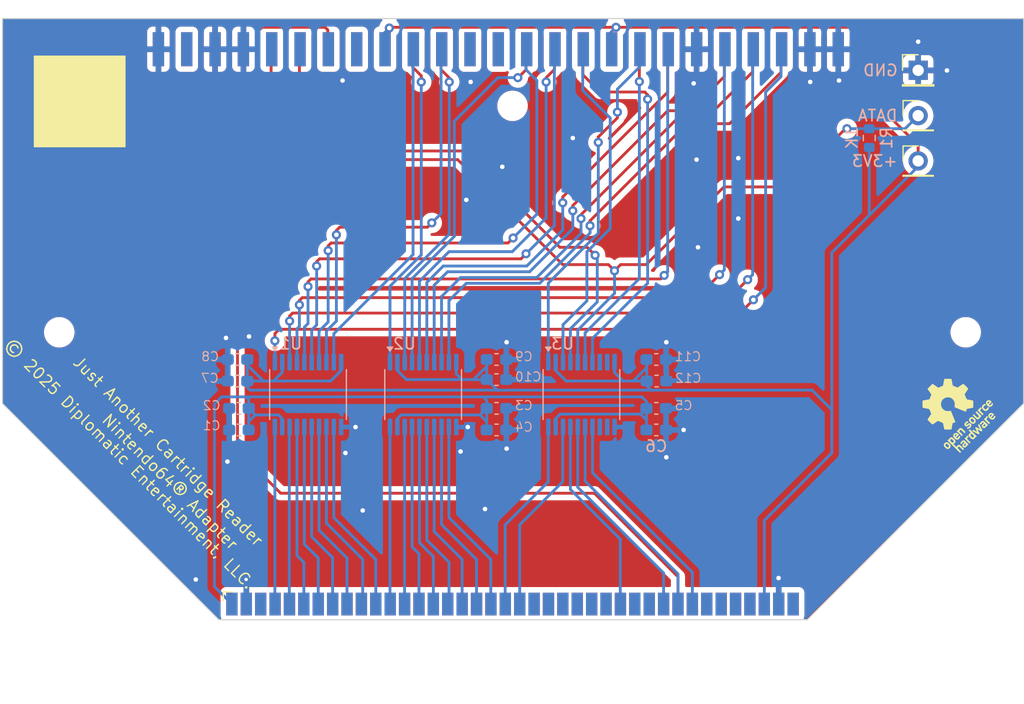
<source format=kicad_pcb>
(kicad_pcb (version 20241229) (generator "pcbnew") (generator_version "9.0")
  (layers (0 "F.Cu" signal) (2 "B.Cu" signal) (13 "F.Paste" user) (15 "B.Paste" user) (5 "F.SilkS" user "F.Silkscreen") (7 "B.SilkS" user "B.Silkscreen") (1 "F.Mask" user) (3 "B.Mask" user) (25 "Edge.Cuts" user))
  (net 0 "")
  (net 1 "D7_H")
  (net 2 "CLK")
  (net 3 "+3V3")
  (net 4 "A7_H")
  (net 5 "+5V")
  (net 6 "A9_H")
  (net 7 "A11_H")
  (net 8 "D9_H")
  (net 9 "A10_H")
  (net 10 "A14_H")
  (net 11 "A8_H")
  (net 12 "D37_H")
  (net 13 "A12_H")
  (net 14 "A5_H")
  (net 15 "D8_H")
  (net 16 "A1_H")
  (net 17 "A2_H")
  (net 18 "GND")
  (net 19 "D36_H")
  (net 20 "D17_H")
  (net 21 "A3_H")
  (net 22 "A15_H")
  (net 23 "A0_H")
  (net 24 "A6_H")
  (net 25 "A13_H")
  (net 26 "A4_H")
  (net 27 "A15_L")
  (net 28 "A14_L")
  (net 29 "A13_L")
  (net 30 "A12_L")
  (net 31 "A11_L")
  (net 32 "A10_L")
  (net 33 "A9_L")
  (net 34 "A8_L")
  (net 35 "A7_L")
  (net 36 "A6_L")
  (net 37 "A5_L")
  (net 38 "A4_L")
  (net 39 "A3_L")
  (net 40 "A2_L")
  (net 41 "A1_L")
  (net 42 "A0_L")
  (net 43 "D37_L")
  (net 44 "D36_L")
  (net 45 "D7_L")
  (net 46 "D8_L")
  (net 47 "D9_L")
  (net 48 "D17_L")
  (footprint "Connector_PinHeader_2.54mm:PinHeader_1x01_P2.54mm_Vertical" (layer "F.Cu") (at 185.801 75.364)
    (property "Reference" "Pin_02" (hide yes))
    (property "Value" "DATA")
  )
  (footprint "JLCPCB:2D Barcode 8mm" (layer "F.Cu") (at 111.8 74.11)
    (property "Reference" "BAR**" (hide yes))
    (property "Value" "2D Barcode 8mm")
  )
  (footprint "Connector_PinHeader_2.54mm:PinHeader_1x01_P2.54mm_Vertical" (layer "F.Cu") (at 185.801 71.364)
    (property "Reference" "PIN_1" (hide yes))
    (property "Value" "GND")
  )
  (footprint "Connector_PinHeader_2.54mm:PinHeader_1x01_P2.54mm_Vertical" (layer "F.Cu") (at 185.801 79.375)
    (property "Reference" "Pin_3" (hide yes))
    (property "Value" "+3V3")
  )
  (footprint "Nintendo:N64_Cartridge_Connector_50PIN_2.5mm_CardEdge" (layer "F.Cu") (at 150 69.5 -90)
    (property "Reference" "J2" (hide yes))
    (property "Value" "Nintendo64_CartidgeSlot")
  )
  (footprint "MountingHole:MountingHole_2.2mm_M2" (layer "F.Cu") (at 150 74.5)
    (property "Reference" "REF**" (hide yes))
    (property "Value" "MountingHole_2.2mm_M2" (hide yes))
  )
  (footprint "MountingHole:MountingHole_2.2mm_M2" (layer "F.Cu") (at 110 94.5)
    (property "Reference" "REF**" (hide yes))
    (property "Value" "MountingHole_2.2mm_M2" (hide yes))
  )
  (footprint "Symbol:OSHW-Logo_5.7x6mm_SilkScreen" (layer "F.Cu") (at 188.973146 101.406127 45)
    (property "Reference" "REF**" (hide yes))
    (property "Value" "OSHW-Logo_5.7x6mm_SilkScreen" (hide yes))
  )
  (footprint "DiplomaticEntertainment:JACR Cartridge Connector" (layer "F.Cu") (at 150 116.5)
    (property "Reference" "J1" (hide yes))
    (property "Value" "JACR Cartridge Connector")
  )
  (footprint "MountingHole:MountingHole_2.2mm_M2" (layer "F.Cu") (at 190 94.5)
    (property "Reference" "REF**" (hide yes))
    (property "Value" "MountingHole_2.2mm_M2" (hide yes))
  )
  (footprint "Package_SO:TSSOP-20_4.4x6.5mm_P0.65mm" (layer "B.Cu") (at 142.113 100 -90)
    (property "Reference" "U2")
    (property "Value" "TXS0108EPW")
  )
  (footprint "Capacitor_SMD:C_0603_1608Metric_Pad1.08x0.95mm_HandSolder" (layer "B.Cu") (at 125.857 101.219 180)
    (property "Reference" "C2")
    (property "Value" "10uF")
  )
  (footprint "Capacitor_SMD:C_0603_1608Metric_Pad1.08x0.95mm_HandSolder" (layer "B.Cu") (at 162.687 101.219)
    (property "Reference" "C5")
    (property "Value" "10uF")
  )
  (footprint "Capacitor_SMD:C_0603_1608Metric_Pad1.08x0.95mm_HandSolder" (layer "B.Cu") (at 162.687 96.901)
    (property "Reference" "C11")
    (property "Value" "0.1uF")
  )
  (footprint "Package_SO:TSSOP-20_4.4x6.5mm_P0.65mm" (layer "B.Cu") (at 156.083 100 -90)
    (property "Reference" "U3")
    (property "Value" "TXS0108EPW")
  )
  (footprint "Capacitor_SMD:C_0603_1608Metric_Pad1.08x0.95mm_HandSolder" (layer "B.Cu") (at 148.59 101.219)
    (property "Reference" "C3")
    (property "Value" "10uF")
  )
  (footprint "Resistor_SMD:R_0603_1608Metric" (layer "B.Cu") (at 181.483 77.343 -90)
    (property "Reference" "R1")
    (property "Value" "1K")
  )
  (footprint "Capacitor_SMD:C_0603_1608Metric_Pad1.08x0.95mm_HandSolder" (layer "B.Cu") (at 162.7135 98.806)
    (property "Reference" "C12")
    (property "Value" "10uF")
  )
  (footprint "Capacitor_SMD:C_0603_1608Metric_Pad1.08x0.95mm_HandSolder" (layer "B.Cu") (at 125.73 98.806 180)
    (property "Reference" "C7")
    (property "Value" "10uF")
  )
  (footprint "Capacitor_SMD:C_0603_1608Metric_Pad1.08x0.95mm_HandSolder" (layer "B.Cu") (at 125.73 96.901 180)
    (property "Reference" "C8")
    (property "Value" "0.1uF")
  )
  (footprint "Capacitor_SMD:C_0603_1608Metric_Pad1.08x0.95mm_HandSolder" (layer "B.Cu") (at 162.687 103.124)
    (property "Reference" "C6")
    (property "Value" "0.1uF" (hide yes))
  )
  (footprint "Package_SO:TSSOP-20_4.4x6.5mm_P0.65mm" (layer "B.Cu") (at 131.953 100 -90)
    (property "Reference" "U1")
    (property "Value" "TXS0108EPW")
  )
  (footprint "Capacitor_SMD:C_0603_1608Metric_Pad1.08x0.95mm_HandSolder" (layer "B.Cu") (at 148.59 96.901)
    (property "Reference" "C9")
    (property "Value" "0.1uF")
  )
  (footprint "Capacitor_SMD:C_0603_1608Metric_Pad1.08x0.95mm_HandSolder" (layer "B.Cu") (at 148.59 103.124)
    (property "Reference" "C4")
    (property "Value" "0.1uF")
  )
  (footprint "Capacitor_SMD:C_0603_1608Metric_Pad1.08x0.95mm_HandSolder" (layer "B.Cu") (at 125.857 103.124 180)
    (property "Reference" "C1")
    (property "Value" "0.1uF")
  )
  (footprint "Capacitor_SMD:C_0603_1608Metric_Pad1.08x0.95mm_HandSolder" (layer "B.Cu") (at 148.59 98.679)
    (property "Reference" "C10")
    (property "Value" "10uF")
  )
  (gr_line (start 124.079 119.888) (end 176.022 119.888) (stroke (width 0.1)) (layer "Edge.Cuts"))
  (gr_line (start 176.022 119.888) (end 195.113883 100.796117) (stroke (width 0.1)) (layer "Edge.Cuts"))
  (gr_line (start 104.987118 66.788984) (end 195.114201 66.788984) (stroke (width 0.1)) (layer "Edge.Cuts"))
  (gr_line (start 195.114201 66.788984) (end 195.113883 100.796117) (stroke (width 0.1)) (layer "Edge.Cuts"))
  (gr_line (start 104.987118 100.796118) (end 124.079 119.888) (stroke (width 0.1)) (layer "Edge.Cuts"))
  (gr_line (start 104.987118 100.796118) (end 104.987118 66.788984) (stroke (width 0.1)) (layer "Edge.Cuts"))
  (gr_text "© 2025 Diplomatic Entertainment, LLC." (at 104.934 95.716 315) (layer "F.SilkS") (effects (font (size 1 1) (thickness 0.125)) (justify left bottom)))
  (gr_text "Just Another Cartridge Reader" (at 111.03 97.24 315) (layer "F.SilkS") (effects (font (size 1 1) (thickness 0.125)) (justify left bottom)))
  (gr_text "Nintendo64^{®} Adapter" (at 113.57 102.32 315) (layer "F.SilkS") (effects (font (size 1 1) (thickness 0.125)) (justify left bottom)))
  (segment (start 163.335 115.764429) (end 155.758 108.187429) (width 0.25) (layer "B.Cu") (net 1))
  (segment (start 163.335 118.5) (end 163.335 115.764429) (width 0.25) (layer "B.Cu") (net 1))
  (segment (start 155.758 108.187429) (end 155.758 102.8625) (width 0.25) (layer "B.Cu") (net 1))
  (segment (start 133.695 67.796996) (end 133.695 69.595) (width 0.25) (layer "F.Cu") (net 2))
  (segment (start 164.605 116.091) (end 157.226 108.712) (width 0.25) (layer "F.Cu") (net 2))
  (segment (start 125.73 104.902) (end 125.73 73.66) (width 0.25) (layer "F.Cu") (net 2))
  (segment (start 133.462004 67.564) (end 133.695 67.796996) (width 0.25) (layer "F.Cu") (net 2))
  (segment (start 127.476926 71.913074) (end 127.476926 67.976074) (width 0.25) (layer "F.Cu") (net 2))
  (segment (start 157.226 108.712) (end 129.54 108.712) (width 0.25) (layer "F.Cu") (net 2))
  (segment (start 125.73 73.66) (end 127.476926 71.913074) (width 0.25) (layer "F.Cu") (net 2))
  (segment (start 129.54 108.712) (end 125.73 104.902) (width 0.25) (layer "F.Cu") (net 2))
  (segment (start 127.889 67.564) (end 133.462004 67.564) (width 0.25) (layer "F.Cu") (net 2))
  (segment (start 127.476926 67.976074) (end 127.889 67.564) (width 0.25) (layer "F.Cu") (net 2))
  (segment (start 164.605 118.5) (end 164.605 116.091) (width 0.25) (layer "F.Cu") (net 2))
  (segment (start 158.695 68) (end 158.695 69.595) (width 0.25) (layer "F.Cu") (net 3))
  (segment (start 139.192 67.564) (end 139.1285 67.6275) (width 0.25) (layer "F.Cu") (net 3))
  (segment (start 185.801 77.978) (end 180.721 72.898) (width 0.25) (layer "F.Cu") (net 3))
  (segment (start 138.695 68.061) (end 138.695 69.595) (width 0.25) (layer "F.Cu") (net 3))
  (segment (start 185.801 79.364) (end 185.801 77.978) (width 0.25) (layer "F.Cu") (net 3))
  (segment (start 179.832 67.564) (end 159.131 67.564) (width 0.25) (layer "F.Cu") (net 3))
  (segment (start 139.1285 67.6275) (end 138.695 68.061) (width 0.25) (layer "F.Cu") (net 3))
  (segment (start 180.721 72.898) (end 180.721 68.453) (width 0.25) (layer "F.Cu") (net 3))
  (segment (start 158.695 69.595) (end 158.695 68.144) (width 0.25) (layer "F.Cu") (net 3))
  (segment (start 159.131 67.564) (end 158.695 68) (width 0.25) (layer "F.Cu") (net 3))
  (segment (start 159.131 67.564) (end 139.192 67.564) (width 0.25) (layer "F.Cu") (net 3))
  (segment (start 180.721 68.453) (end 179.832 67.564) (width 0.25) (layer "F.Cu") (net 3))
  (via (at 159.131 67.564) (size 0.8) (drill 0.4) (layers "F.Cu" "B.Cu") (net 3))
  (via (at 139.1285 67.6275) (size 0.8) (drill 0.4) (layers "F.Cu" "B.Cu") (net 3))
  (segment (start 178.181 87.467244) (end 178.181 87.503) (width 0.25) (layer "B.Cu") (net 3))
  (segment (start 128.905 98.806) (end 129.678 98.033) (width 0.25) (layer "B.Cu") (net 3))
  (segment (start 147.701 97.536) (end 146.558 98.679) (width 0.25) (layer "B.Cu") (net 3))
  (segment (start 133.946999 98.806) (end 134.878 97.874999) (width 0.25) (layer "B.Cu") (net 3))
  (segment (start 138.695 68.061) (end 138.695 69.595) (width 0.25) (layer "B.Cu") (net 3))
  (segment (start 126.5925 98.806) (end 128.016 98.806) (width 0.25) (layer "B.Cu") (net 3))
  (segment (start 145.038 98.175) (end 145.038 97.1375) (width 0.25) (layer "B.Cu") (net 3))
  (segment (start 162.218 99.607) (end 148.971 99.607) (width 0.25) (layer "B.Cu") (net 3))
  (segment (start 162.218 99.607) (end 161.851 99.24) (width 0.25) (layer "B.Cu") (net 3))
  (segment (start 126.834 99.607) (end 126.5925 99.3655) (width 0.25) (layer "B.Cu") (net 3))
  (segment (start 161.8245 97.6365) (end 160.655 98.806) (width 0.25) (layer "B.Cu") (net 3))
  (segment (start 148.6555 99.607) (end 147.7275 98.679) (width 0.25) (layer "B.Cu") (net 3))
  (segment (start 139.838 97.874999) (end 139.838 97.1375) (width 0.25) (layer "B.Cu") (net 3))
  (segment (start 126.5925 98.806) (end 126.5925 96.901) (width 0.25) (layer "B.Cu") (net 3))
  (segment (start 172.225 111.112) (end 172.225 118.5) (width 0.25) (layer "B.Cu") (net 3))
  (segment (start 148.971 99.607) (end 148.6555 99.607) (width 0.25) (layer "B.Cu") (net 3))
  (segment (start 145.542 98.679) (end 145.038 98.175) (width 0.25) (layer "B.Cu") (net 3))
  (segment (start 148.971 99.607) (end 126.834 99.607) (width 0.25) (layer "B.Cu") (net 3))
  (segment (start 178.181 87.503) (end 178.181 101.346) (width 0.25) (layer "B.Cu") (net 3))
  (segment (start 161.851 99.24) (end 161.851 98.806) (width 0.25) (layer "B.Cu") (net 3))
  (segment (start 140.642001 98.679) (end 139.838 97.874999) (width 0.25) (layer "B.Cu") (net 3))
  (segment (start 161.851 96.9275) (end 161.8245 96.901) (width 0.25) (layer "B.Cu") (net 3))
  (segment (start 139.1285 67.6275) (end 138.695 68.061) (width 0.25) (layer "B.Cu") (net 3))
  (segment (start 126.5925 96.901) (end 126.5925 97.3825) (width 0.25) (layer "B.Cu") (net 3))
  (segment (start 178.181 105.156) (end 172.225 111.112) (width 0.25) (layer "B.Cu") (net 3))
  (segment (start 159.131 67.564) (end 158.695 68) (width 0.25) (layer "B.Cu") (net 3))
  (segment (start 159.766 98.806) (end 159.008 98.048) (width 0.25) (layer "B.Cu") (net 3))
  (segment (start 146.558 98.679) (end 145.542 98.679) (width 0.25) (layer "B.Cu") (net 3))
  (segment (start 128.016 98.806) (end 128.905 98.806) (width 0.25) (layer "B.Cu") (net 3))
  (segment (start 128.016 98.806) (end 133.946999 98.806) (width 0.25) (layer "B.Cu") (net 3))
  (segment (start 160.655 98.806) (end 159.766 98.806) (width 0.25) (layer "B.Cu") (net 3))
  (segment (start 126.5925 99.3655) (end 126.5925 98.806) (width 0.25) (layer "B.Cu") (net 3))
  (segment (start 147.7275 98.679) (end 147.7275 97.536) (width 0.25) (layer "B.Cu") (net 3))
  (segment (start 147.7275 97.536) (end 147.7275 96.901) (width 0.25) (layer "B.Cu") (net 3))
  (segment (start 161.8245 96.901) (end 161.8245 97.6365) (width 0.25) (layer "B.Cu") (net 3))
  (segment (start 159.008 98.048) (end 159.008 97.1375) (width 0.25) (layer "B.Cu") (net 3))
  (segment (start 178.181 87.467244) (end 185.801 79.847244) (width 0.25) (layer "B.Cu") (net 3))
  (segment (start 159.766 98.806) (end 154.739001 98.806) (width 0.25) (layer "B.Cu") (net 3))
  (segment (start 147.7275 98.679) (end 146.558 98.679) (width 0.25) (layer "B.Cu") (net 3))
  (segment (start 154.739001 98.806) (end 153.808 97.874999) (width 0.25) (layer "B.Cu") (net 3))
  (segment (start 178.181 101.346) (end 178.181 105.156) (width 0.25) (layer "B.Cu") (net 3))
  (segment (start 153.808 97.874999) (end 153.808 97.1375) (width 0.25) (layer "B.Cu") (net 3))
  (segment (start 161.851 98.806) (end 161.851 96.9275) (width 0.25) (layer "B.Cu") (net 3))
  (segment (start 126.5925 97.3825) (end 128.016 98.806) (width 0.25) (layer "B.Cu") (net 3))
  (segment (start 129.678 98.033) (end 129.678 97.1375) (width 0.25) (layer "B.Cu") (net 3))
  (segment (start 161.851 98.806) (end 160.655 98.806) (width 0.25) (layer "B.Cu") (net 3))
  (segment (start 158.695 68) (end 158.695 69.595) (width 0.25) (layer "B.Cu") (net 3))
  (segment (start 134.878 97.874999) (end 134.878 97.1375) (width 0.25) (layer "B.Cu") (net 3))
  (segment (start 185.801 79.847244) (end 185.801 79.364) (width 0.25) (layer "B.Cu") (net 3))
  (segment (start 181.483 78.168) (end 181.483 84.165244) (width 0.25) (layer "B.Cu") (net 3))
  (segment (start 145.542 98.679) (end 140.642001 98.679) (width 0.25) (layer "B.Cu") (net 3))
  (segment (start 176.442 99.607) (end 162.218 99.607) (width 0.25) (layer "B.Cu") (net 3))
  (segment (start 178.181 101.346) (end 176.442 99.607) (width 0.25) (layer "B.Cu") (net 3))
  (segment (start 147.7275 97.536) (end 147.701 97.536) (width 0.25) (layer "B.Cu") (net 3))
  (segment (start 134.228 110.86) (end 134.228 102.8625) (width 0.25) (layer "B.Cu") (net 4))
  (segment (start 137.935 118.5) (end 137.935 114.567) (width 0.25) (layer "B.Cu") (net 4))
  (segment (start 137.935 114.567) (end 134.228 110.86) (width 0.25) (layer "B.Cu") (net 4))
  (segment (start 147.7275 102.3885) (end 147.138 101.799) (width 0.25) (layer "B.Cu") (net 5))
  (segment (start 153.808 102.125001) (end 153.808 102.8625) (width 0.25) (layer "B.Cu") (net 5))
  (segment (start 140.164001 101.799) (end 139.838 102.125001) (width 0.25) (layer "B.Cu") (net 5))
  (segment (start 126.7195 103.124) (end 126.7195 102.379) (width 0.25) (layer "B.Cu") (net 5))
  (segment (start 129.678 102.125001) (end 129.678 102.8625) (width 0.25) (layer "B.Cu") (net 5))
  (segment (start 161.8245 101.219) (end 161.3165 101.727) (width 0.25) (layer "B.Cu") (net 5))
  (segment (start 161.3165 101.727) (end 161.8245 102.235) (width 0.25) (layer "B.Cu") (net 5))
  (segment (start 126.7195 101.219) (end 126.7195 101.5735) (width 0.25) (layer "B.Cu") (net 5))
  (segment (start 154.206001 101.727) (end 153.808 102.125001) (width 0.25) (layer "B.Cu") (net 5))
  (segment (start 147.7275 101.219) (end 147.718 101.219) (width 0.25) (layer "B.Cu") (net 5))
  (segment (start 147.7275 100.51) (end 147.447 100.2295) (width 0.25) (layer "B.Cu") (net 5))
  (segment (start 161.8245 103.124) (end 161.8245 102.235) (width 0.25) (layer "B.Cu") (net 5))
  (segment (start 147.7275 101.219) (end 147.7275 103.124) (width 0.25) (layer "B.Cu") (net 5))
  (segment (start 147.7275 101.219) (end 147.7275 100.51) (width 0.25) (layer "B.Cu") (net 5))
  (segment (start 123.698 100.838) (end 124.333 100.203) (width 0.25) (layer "B.Cu") (net 5))
  (segment (start 127.2995 101.799) (end 129.351999 101.799) (width 0.25) (layer "B.Cu") (net 5))
  (segment (start 161.8245 100.6105) (end 161.8245 101.219) (width 0.25) (layer "B.Cu") (net 5))
  (segment (start 126.7195 100.4305) (end 126.7195 101.219) (width 0.25) (layer "B.Cu") (net 5))
  (segment (start 124.333 100.203) (end 161.417 100.203) (width 0.25) (layer "B.Cu") (net 5))
  (segment (start 139.838 102.125001) (end 139.838 102.8625) (width 0.25) (layer "B.Cu") (net 5))
  (segment (start 126.7195 101.219) (end 126.7195 103.124) (width 0.25) (layer "B.Cu") (net 5))
  (segment (start 147.7275 103.124) (end 147.7275 102.3885) (width 0.25) (layer "B.Cu") (net 5))
  (segment (start 146.122 101.799) (end 140.164001 101.799) (width 0.25) (layer "B.Cu") (net 5))
  (segment (start 129.351999 101.799) (end 129.678 102.125001) (width 0.25) (layer "B.Cu") (net 5))
  (segment (start 161.8245 102.235) (end 161.8245 101.219) (width 0.25) (layer "B.Cu") (net 5))
  (segment (start 123.698 116.963) (end 123.698 100.838) (width 0.25) (layer "B.Cu") (net 5))
  (segment (start 126.7195 101.219) (end 127.2995 101.799) (width 0.25) (layer "B.Cu") (net 5))
  (segment (start 161.3165 101.727) (end 154.206001 101.727) (width 0.25) (layer "B.Cu") (net 5))
  (segment (start 147.138 101.799) (end 146.122 101.799) (width 0.25) (layer "B.Cu") (net 5))
  (segment (start 147.447 100.2295) (end 147.447 100.203) (width 0.25) (layer "B.Cu") (net 5))
  (segment (start 147.718 101.219) (end 147.138 101.799) (width 0.25) (layer "B.Cu") (net 5))
  (segment (start 161.417 100.203) (end 161.8245 100.6105) (width 0.25) (layer "B.Cu") (net 5))
  (segment (start 126.492 100.203) (end 126.7195 100.4305) (width 0.25) (layer "B.Cu") (net 5))
  (segment (start 126.7195 102.379) (end 127.2995 101.799) (width 0.25) (layer "B.Cu") (net 5))
  (segment (start 125.235 118.5) (end 123.698 116.963) (width 0.25) (layer "B.Cu") (net 5))
  (segment (start 140.475 102.8755) (end 140.488 102.8625) (width 0.25) (layer "B.Cu") (net 6))
  (segment (start 140.475 118.5) (end 140.475 102.8755) (width 0.25) (layer "B.Cu") (net 6))
  (segment (start 143.015 114.313) (end 141.788 113.086) (width 0.25) (layer "B.Cu") (net 7))
  (segment (start 141.788 113.086) (end 141.788 102.8625) (width 0.25) (layer "B.Cu") (net 7))
  (segment (start 143.015 118.5) (end 143.015 114.313) (width 0.25) (layer "B.Cu") (net 7))
  (segment (start 165.875 115.71) (end 157.058 106.893) (width 0.25) (layer "B.Cu") (net 8))
  (segment (start 157.058 106.893) (end 157.058 102.8625) (width 0.25) (layer "B.Cu") (net 8))
  (segment (start 165.875 118.5) (end 165.875 115.71) (width 0.25) (layer "B.Cu") (net 8))
  (segment (start 141.745 114.059) (end 141.138 113.452) (width 0.25) (layer "B.Cu") (net 9))
  (segment (start 141.138 113.452) (end 141.138 102.8625) (width 0.25) (layer "B.Cu") (net 9))
  (segment (start 141.745 118.5) (end 141.745 114.059) (width 0.25) (layer "B.Cu") (net 9))
  (segment (start 146.825 118.5) (end 146.825 114.567) (width 0.25) (layer "B.Cu") (net 10))
  (segment (start 146.825 114.567) (end 143.738 111.48) (width 0.25) (layer "B.Cu") (net 10))
  (segment (start 143.738 111.48) (end 143.738 102.8625) (width 0.25) (layer "B.Cu") (net 10))
  (segment (start 139.205 118.5) (end 139.188 118.483) (width 0.25) (layer "B.Cu") (net 11))
  (segment (start 139.188 118.483) (end 139.188 102.8625) (width 0.25) (layer "B.Cu") (net 11))
  (segment (start 149.352 111.506) (end 153.158 107.7) (width 0.25) (layer "B.Cu") (net 12))
  (segment (start 153.158 107.7) (end 153.158 102.8625) (width 0.25) (layer "B.Cu") (net 12))
  (segment (start 149.365 118.5) (end 149.352 118.487) (width 0.25) (layer "B.Cu") (net 12))
  (segment (start 149.352 118.487) (end 149.352 111.506) (width 0.25) (layer "B.Cu") (net 12))
  (segment (start 142.438 112.847) (end 142.438 102.8625) (width 0.25) (layer "B.Cu") (net 13))
  (segment (start 144.399 114.808) (end 142.438 112.847) (width 0.25) (layer "B.Cu") (net 13))
  (segment (start 144.399 118.386) (end 144.399 114.808) (width 0.25) (layer "B.Cu") (net 13))
  (segment (start 144.285 118.5) (end 144.399 118.386) (width 0.25) (layer "B.Cu") (net 13))
  (segment (start 132.928 111.973) (end 132.928 102.8625) (width 0.25) (layer "B.Cu") (net 14))
  (segment (start 135.395 118.5) (end 135.395 114.44) (width 0.25) (layer "B.Cu") (net 14))
  (segment (start 135.395 114.44) (end 132.928 111.973) (width 0.25) (layer "B.Cu") (net 14))
  (segment (start 164.605 118.5) (end 164.605 115.837) (width 0.25) (layer "B.Cu") (net 15))
  (segment (start 164.605 115.837) (end 156.408 107.64) (width 0.25) (layer "B.Cu") (net 15))
  (segment (start 156.408 107.64) (end 156.408 102.8625) (width 0.25) (layer "B.Cu") (net 15))
  (segment (start 130.315 118.5) (end 130.302 118.487) (width 0.25) (layer "B.Cu") (net 16))
  (segment (start 130.302 103.581226) (end 130.328 103.555226) (width 0.25) (layer "B.Cu") (net 16))
  (segment (start 130.302 118.487) (end 130.302 103.581226) (width 0.25) (layer "B.Cu") (net 16))
  (segment (start 130.328 103.555226) (end 130.328 102.8625) (width 0.25) (layer "B.Cu") (net 16))
  (segment (start 130.978 114.214) (end 130.978 102.8625) (width 0.25) (layer "B.Cu") (net 17))
  (segment (start 131.585 114.821) (end 130.978 114.214) (width 0.25) (layer "B.Cu") (net 17))
  (segment (start 131.585 118.5) (end 131.585 114.821) (width 0.25) (layer "B.Cu") (net 17))
  (via (at 163.576 105.537) (size 0.8) (drill 0.4) (layers "F.Cu" "B.Cu") (net 18))
  (via (at 176.276 72.39) (size 0.8) (drill 0.4) (layers "F.Cu" "B.Cu") (net 18))
  (via (at 124.714 94.996) (size 0.8) (drill 0.4) (layers "F.Cu" "B.Cu") (net 18))
  (via (at 146.05 102.87) (size 0.8) (drill 0.4) (layers "F.Cu" "B.Cu") (net 18))
  (via (at 145.415 105.029) (size 0.8) (drill 0.4) (layers "F.Cu" "B.Cu") (net 18))
  (via (at 145.923 82.804) (size 0.8) (drill 0.4) (layers "F.Cu" "B.Cu") (net 18))
  (via (at 188.341 71.374) (size 0.8) (drill 0.4) (layers "F.Cu" "B.Cu") (net 18))
  (via (at 185.801 68.834) (size 0.8) (drill 0.4) (layers "F.Cu" "B.Cu") (net 18))
  (via (at 135.255 105.156) (size 0.8) (drill 0.4) (layers "F.Cu" "B.Cu") (net 18))
  (via (at 135.001 72.263) (size 0.8) (drill 0.4) (layers "F.Cu" "B.Cu") (net 18))
  (via (at 136.779 110.236) (size 0.8) (drill 0.4) (layers "F.Cu" "B.Cu") (net 18))
  (via (at 165.1 103.124) (size 0.8) (drill 0.4) (layers "F.Cu" "B.Cu") (net 18))
  (via (at 146.304 72.39) (size 0.8) (drill 0.4) (layers "F.Cu" "B.Cu") (net 18))
  (via (at 178.816 72.263) (size 0.8) (drill 0.4) (layers "F.Cu" "B.Cu") (net 18))
  (via (at 163.576 95.377) (size 0.8) (drill 0.4) (layers "F.Cu" "B.Cu") (net 18))
  (via (at 149.479 95.377) (size 0.8) (drill 0.4) (layers "F.Cu" "B.Cu") (net 18))
  (via (at 166.243 79.248) (size 0.8) (drill 0.4) (layers "F.Cu" "B.Cu") (net 18))
  (via (at 149.479 104.775) (size 0.8) (drill 0.4) (layers "F.Cu" "B.Cu") (net 18))
  (via (at 147.574 110.109) (size 0.8) (drill 0.4) (layers "F.Cu" "B.Cu") (net 18))
  (via (at 124.841 105.918) (size 0.8) (drill 0.4) (layers "F.Cu" "B.Cu") (net 18))
  (via (at 149.098 79.883) (size 0.8) (drill 0.4) (layers "F.Cu" "B.Cu") (net 18))
  (via (at 173.482 116.205) (size 0.8) (drill 0.4) (layers "F.Cu" "B.Cu") (net 18))
  (via (at 155.321 77.343) (size 0.8) (drill 0.4) (layers "F.Cu" "B.Cu") (net 18))
  (via (at 169.926 84.455) (size 0.8) (drill 0.4) (layers "F.Cu" "B.Cu") (net 18))
  (via (at 165.989 72.517) (size 0.8) (drill 0.4) (layers "F.Cu" "B.Cu") (net 18))
  (via (at 166.37 86.995) (size 0.8) (drill 0.4) (layers "F.Cu" "B.Cu") (net 18))
  (via (at 136.144 102.87) (size 0.8) (drill 0.4) (layers "F.Cu" "B.Cu") (net 18))
  (via (at 126.746 94.869) (size 0.8) (drill 0.4) (layers "F.Cu" "B.Cu") (net 18))
  (via (at 169.926 79.121) (size 0.8) (drill 0.4) (layers "F.Cu" "B.Cu") (net 18))
  (via (at 122.047 116.332) (size 0.8) (drill 0.4) (layers "F.Cu" "B.Cu") (net 18))
  (via (at 126.492 116.332) (size 0.5) (drill 0.3) (layers "F.Cu" "B.Cu") (net 18))
  (segment (start 150.635 118.5) (end 150.635 111.493) (width 0.25) (layer "B.Cu") (net 19))
  (segment (start 150.635 111.493) (end 154.432 107.696) (width 0.25) (layer "B.Cu") (net 19))
  (segment (start 154.432 103.581226) (end 154.458 103.555226) (width 0.25) (layer "B.Cu") (net 19))
  (segment (start 154.432 107.696) (end 154.432 103.581226) (width 0.25) (layer "B.Cu") (net 19))
  (segment (start 154.458 103.555226) (end 154.458 102.8625) (width 0.25) (layer "B.Cu") (net 19))
  (segment (start 155.108 108.372) (end 155.108 102.8625) (width 0.25) (layer "B.Cu") (net 20))
  (segment (start 159.512 118.487) (end 159.512 112.776) (width 0.25) (layer "B.Cu") (net 20))
  (segment (start 159.525 118.5) (end 159.512 118.487) (width 0.25) (layer "B.Cu") (net 20))
  (segment (start 159.512 112.776) (end 155.108 108.372) (width 0.25) (layer "B.Cu") (net 20))
  (segment (start 131.628 113.213) (end 131.628 102.8625) (width 0.25) (layer "B.Cu") (net 21))
  (segment (start 132.855 114.44) (end 131.628 113.213) (width 0.25) (layer "B.Cu") (net 21))
  (segment (start 132.855 118.5) (end 132.855 114.44) (width 0.25) (layer "B.Cu") (net 21))
  (segment (start 144.388 110.86) (end 144.388 102.8625) (width 0.25) (layer "B.Cu") (net 22))
  (segment (start 148.082 114.554) (end 144.388 110.86) (width 0.25) (layer "B.Cu") (net 22))
  (segment (start 148.082 118.487) (end 148.082 114.554) (width 0.25) (layer "B.Cu") (net 22))
  (segment (start 148.095 118.5) (end 148.082 118.487) (width 0.25) (layer "B.Cu") (net 22))
  (segment (start 129.028 118.483) (end 129.028 102.8625) (width 0.25) (layer "B.Cu") (net 23))
  (segment (start 129.045 118.5) (end 129.028 118.483) (width 0.25) (layer "B.Cu") (net 23))
  (segment (start 133.578 111.353) (end 133.578 102.8625) (width 0.25) (layer "B.Cu") (net 24))
  (segment (start 136.779 118.386) (end 136.779 114.554) (width 0.25) (layer "B.Cu") (net 24))
  (segment (start 136.665 118.5) (end 136.779 118.386) (width 0.25) (layer "B.Cu") (net 24))
  (segment (start 136.779 114.554) (end 133.578 111.353) (width 0.25) (layer "B.Cu") (net 24))
  (segment (start 145.555 114.567) (end 145.555 118.5) (width 0.25) (layer "B.Cu") (net 25))
  (segment (start 143.088 102.8625) (end 143.088 112.1) (width 0.25) (layer "B.Cu") (net 25))
  (segment (start 143.088 112.1) (end 145.555 114.567) (width 0.25) (layer "B.Cu") (net 25))
  (segment (start 132.278 112.551) (end 132.278 102.8625) (width 0.25) (layer "B.Cu") (net 26))
  (segment (start 134.125 118.5) (end 134.125 114.398) (width 0.25) (layer "B.Cu") (net 26))
  (segment (start 134.125 114.398) (end 132.278 112.551) (width 0.25) (layer "B.Cu") (net 26))
  (segment (start 169.164 76.073) (end 173.695 71.542) (width 0.25) (layer "F.Cu") (net 27))
  (segment (start 173.695 71.542) (end 173.695 69.595) (width 0.25) (layer "F.Cu") (net 27))
  (segment (start 165.4175 76.073) (end 169.164 76.073) (width 0.25) (layer "F.Cu") (net 27))
  (segment (start 156.845 85.09) (end 156.845 84.6455) (width 0.25) (layer "F.Cu") (net 27))
  (segment (start 156.845 84.6455) (end 165.4175 76.073) (width 0.25) (layer "F.Cu") (net 27))
  (via (at 156.845 85.09) (size 0.8) (drill 0.4) (layers "F.Cu" "B.Cu") (net 27))
  (segment (start 144.388 97.1375) (end 144.388 91.705) (width 0.25) (layer "B.Cu") (net 27))
  (segment (start 152.4 90.17) (end 156.845 85.725) (width 0.25) (layer "B.Cu") (net 27))
  (segment (start 145.923 90.17) (end 152.4 90.17) (width 0.25) (layer "B.Cu") (net 27))
  (segment (start 156.845 85.725) (end 156.845 85.09) (width 0.25) (layer "B.Cu") (net 27))
  (segment (start 144.388 91.705) (end 145.923 90.17) (width 0.25) (layer "B.Cu") (net 27))
  (segment (start 164.719 75.438) (end 167.259 75.438) (width 0.25) (layer "F.Cu") (net 28))
  (segment (start 171.195 71.502) (end 171.195 69.595) (width 0.25) (layer "F.Cu") (net 28))
  (segment (start 156.046 84.111) (end 164.719 75.438) (width 0.25) (layer "F.Cu") (net 28))
  (segment (start 167.259 75.438) (end 171.195 71.502) (width 0.25) (layer "F.Cu") (net 28))
  (segment (start 156.046 84.455) (end 156.046 84.111) (width 0.25) (layer "F.Cu") (net 28))
  (via (at 156.046 84.455) (size 0.8) (drill 0.4) (layers "F.Cu" "B.Cu") (net 28))
  (segment (start 143.738 91.339) (end 143.738 97.1375) (width 0.25) (layer "B.Cu") (net 28))
  (segment (start 145.415 89.662) (end 143.738 91.339) (width 0.25) (layer "B.Cu") (net 28))
  (segment (start 156.046 84.455) (end 156.046 85.762) (width 0.25) (layer "B.Cu") (net 28))
  (segment (start 152.146 89.662) (end 145.415 89.662) (width 0.25) (layer "B.Cu") (net 28))
  (segment (start 156.046 85.762) (end 152.146 89.662) (width 0.25) (layer "B.Cu") (net 28))
  (segment (start 155.321 83.766319) (end 155.321 83.312) (width 0.25) (layer "F.Cu") (net 29))
  (segment (start 163.703 74.93) (end 165.6715 74.93) (width 0.25) (layer "F.Cu") (net 29))
  (segment (start 168.695 71.9065) (end 168.695 69.595) (width 0.25) (layer "F.Cu") (net 29))
  (segment (start 155.321 83.312) (end 163.703 74.93) (width 0.25) (layer "F.Cu") (net 29))
  (segment (start 155.31969 83.767629) (end 155.321 83.766319) (width 0.25) (layer "F.Cu") (net 29))
  (segment (start 165.6715 74.93) (end 168.695 71.9065) (width 0.25) (layer "F.Cu") (net 29))
  (via (at 155.31969 83.767629) (size 0.8) (drill 0.4) (layers "F.Cu" "B.Cu") (net 29))
  (segment (start 144.272 89.154) (end 143.088 90.338) (width 0.25) (layer "B.Cu") (net 29))
  (segment (start 143.088 90.338) (end 143.088 97.1375) (width 0.25) (layer "B.Cu") (net 29))
  (segment (start 155.31969 83.767629) (end 155.31969 83.822073) (width 0.25) (layer "B.Cu") (net 29))
  (segment (start 155.321 83.823383) (end 155.321 85.344) (width 0.25) (layer "B.Cu") (net 29))
  (segment (start 151.511 89.154) (end 144.272 89.154) (width 0.25) (layer "B.Cu") (net 29))
  (segment (start 155.321 85.344) (end 151.511 89.154) (width 0.25) (layer "B.Cu") (net 29))
  (segment (start 155.31969 83.822073) (end 155.321 83.823383) (width 0.25) (layer "B.Cu") (net 29))
  (segment (start 163.695 73.287) (end 163.695 69.595) (width 0.25) (layer "F.Cu") (net 30))
  (segment (start 154.432 82.55) (end 163.695 73.287) (width 0.25) (layer "F.Cu") (net 30))
  (segment (start 154.432 83.058) (end 154.432 82.55) (width 0.25) (layer "F.Cu") (net 30))
  (via (at 154.432 83.058) (size 0.8) (drill 0.4) (layers "F.Cu" "B.Cu") (net 30))
  (segment (start 151.257 88.646) (end 143.891 88.646) (width 0.25) (layer "B.Cu") (net 30))
  (segment (start 143.891 88.646) (end 142.438 90.099) (width 0.25) (layer "B.Cu") (net 30))
  (segment (start 154.432 85.471) (end 151.257 88.646) (width 0.25) (layer "B.Cu") (net 30))
  (segment (start 142.438 90.099) (end 142.438 97.1375) (width 0.25) (layer "B.Cu") (net 30))
  (segment (start 154.432 83.058) (end 154.432 85.471) (width 0.25) (layer "B.Cu") (net 30))
  (segment (start 153.695 71.2855) (end 153.695 69.595) (width 0.25) (layer "F.Cu") (net 31))
  (segment (start 152.97 72.0105) (end 153.695 71.2855) (width 0.25) (layer "F.Cu") (net 31))
  (segment (start 152.97 72.39) (end 152.97 72.0105) (width 0.25) (layer "F.Cu") (net 31))
  (via (at 152.97 72.39) (size 0.8) (drill 0.4) (layers "F.Cu" "B.Cu") (net 31))
  (segment (start 149.987 87.376) (end 144.399 87.376) (width 0.25) (layer "B.Cu") (net 31))
  (segment (start 144.399 87.376) (end 141.788 89.987) (width 0.25) (layer "B.Cu") (net 31))
  (segment (start 152.97 72.39) (end 152.97 84.393) (width 0.25) (layer "B.Cu") (net 31))
  (segment (start 141.788 89.987) (end 141.788 97.1375) (width 0.25) (layer "B.Cu") (net 31))
  (segment (start 152.97 84.393) (end 149.987 87.376) (width 0.25) (layer "B.Cu") (net 31))
  (segment (start 150.495 72.009) (end 151.195 71.309) (width 0.25) (layer "F.Cu") (net 32))
  (segment (start 151.195 71.309) (end 151.195 69.595) (width 0.25) (layer "F.Cu") (net 32))
  (segment (start 150.47 72.009) (end 150.495 72.009) (width 0.25) (layer "F.Cu") (net 32))
  (via (at 150.47 72.009) (size 0.8) (drill 0.4) (layers "F.Cu" "B.Cu") (net 32))
  (segment (start 150.47 72.009) (end 148.717 72.009) (width 0.25) (layer "B.Cu") (net 32))
  (segment (start 148.717 72.009) (end 144.871 75.855) (width 0.25) (layer "B.Cu") (net 32))
  (segment (start 141.138 89.75362) (end 141.138 97.1375) (width 0.25) (layer "B.Cu") (net 32))
  (segment (start 144.871 86.02062) (end 141.138 89.75362) (width 0.25) (layer "B.Cu") (net 32))
  (segment (start 144.871 75.855) (end 144.871 86.02062) (width 0.25) (layer "B.Cu") (net 32))
  (segment (start 144.42 72.03) (end 143.695 71.305) (width 0.25) (layer "F.Cu") (net 33))
  (segment (start 143.695 71.305) (end 143.695 69.595) (width 0.25) (layer "F.Cu") (net 33))
  (segment (start 144.42 72.39) (end 144.42 72.03) (width 0.25) (layer "F.Cu") (net 33))
  (via (at 144.42 72.39) (size 0.8) (drill 0.4) (layers "F.Cu" "B.Cu") (net 33))
  (segment (start 140.488 89.76581) (end 140.488 97.1375) (width 0.25) (layer "B.Cu") (net 33))
  (segment (start 144.42 85.83381) (end 140.488 89.76581) (width 0.25) (layer "B.Cu") (net 33))
  (segment (start 144.42 72.39) (end 144.42 85.83381) (width 0.25) (layer "B.Cu") (net 33))
  (segment (start 141.195 71.091) (end 141.195 69.595) (width 0.25) (layer "F.Cu") (net 34))
  (segment (start 141.949 72.39) (end 141.949 71.845) (width 0.25) (layer "F.Cu") (net 34))
  (segment (start 141.949 71.845) (end 141.195 71.091) (width 0.25) (layer "F.Cu") (net 34))
  (via (at 141.949 72.39) (size 0.8) (drill 0.4) (layers "F.Cu" "B.Cu") (net 34))
  (segment (start 141.949 87.667) (end 139.188 90.428) (width 0.25) (layer "B.Cu") (net 34))
  (segment (start 141.949 72.39) (end 141.949 87.667) (width 0.25) (layer "B.Cu") (net 34))
  (segment (start 139.188 90.428) (end 139.188 97.1375) (width 0.25) (layer "B.Cu") (net 34))
  (segment (start 141.224 69.624) (end 141.195 69.595) (width 0.25) (layer "B.Cu") (net 35))
  (segment (start 134.228 97.1375) (end 134.228 94.626) (width 0.25) (layer "B.Cu") (net 35))
  (segment (start 141.224 87.63) (end 141.224 69.624) (width 0.25) (layer "B.Cu") (net 35))
  (segment (start 134.228 94.626) (end 141.224 87.63) (width 0.25) (layer "B.Cu") (net 35))
  (segment (start 142.875 84.836) (end 142.494 85.217) (width 0.25) (layer "F.Cu") (net 36))
  (segment (start 134.747 85.217) (end 134.457 85.507) (width 0.25) (layer "F.Cu") (net 36))
  (segment (start 134.457 85.507) (end 134.457 85.889) (width 0.25) (layer "F.Cu") (net 36))
  (segment (start 142.494 85.217) (end 134.747 85.217) (width 0.25) (layer "F.Cu") (net 36))
  (via (at 134.457 85.889) (size 0.8) (drill 0.4) (layers "F.Cu" "B.Cu") (net 36))
  (via (at 142.875 84.836) (size 0.8) (drill 0.4) (layers "F.Cu" "B.Cu") (net 36))
  (segment (start 134.457 85.889) (end 134.457 93.508) (width 0.25) (layer "B.Cu") (net 36))
  (segment (start 133.578 94.387) (end 133.578 97.1375) (width 0.25) (layer "B.Cu") (net 36))
  (segment (start 143.695 84.016) (end 143.695 69.595) (width 0.25) (layer "B.Cu") (net 36))
  (segment (start 142.875 84.836) (end 143.695 84.016) (width 0.25) (layer "B.Cu") (net 36))
  (segment (start 134.457 93.508) (end 133.578 94.387) (width 0.25) (layer "B.Cu") (net 36))
  (segment (start 149.606 86.614) (end 133.985 86.614) (width 0.25) (layer "F.Cu") (net 37))
  (segment (start 133.985 86.614) (end 133.731 86.868) (width 0.25) (layer "F.Cu") (net 37))
  (segment (start 150.0505 86.1695) (end 149.606 86.614) (width 0.25) (layer "F.Cu") (net 37))
  (segment (start 133.731 86.868) (end 133.731 87.286) (width 0.25) (layer "F.Cu") (net 37))
  (via (at 150.0505 86.1695) (size 0.8) (drill 0.4) (layers "F.Cu" "B.Cu") (net 37))
  (via (at 133.731 87.286) (size 0.8) (drill 0.4) (layers "F.Cu" "B.Cu") (net 37))
  (segment (start 151.195 71.312) (end 151.195 69.595) (width 0.25) (layer "B.Cu") (net 37))
  (segment (start 152.146 72.263) (end 151.195 71.312) (width 0.25) (layer "B.Cu") (net 37))
  (segment (start 133.127 94.203) (end 132.928 94.402) (width 0.25) (layer "B.Cu") (net 37))
  (segment (start 133.127 94.20019) (end 133.127 94.203) (width 0.25) (layer "B.Cu") (net 37))
  (segment (start 150.0505 86.1695) (end 152.146 84.074) (width 0.25) (layer "B.Cu") (net 37))
  (segment (start 152.146 84.074) (end 152.146 72.263) (width 0.25) (layer "B.Cu") (net 37))
  (segment (start 133.731 87.286) (end 133.731 93.59619) (width 0.25) (layer "B.Cu") (net 37))
  (segment (start 132.928 94.402) (end 132.928 97.1375) (width 0.25) (layer "B.Cu") (net 37))
  (segment (start 133.731 93.59619) (end 133.127 94.20019) (width 0.25) (layer "B.Cu") (net 37))
  (segment (start 150.749 88.011) (end 132.969 88.011) (width 0.25) (layer "F.Cu") (net 38))
  (segment (start 132.715 88.265) (end 132.715 88.646) (width 0.25) (layer "F.Cu") (net 38))
  (segment (start 151.1935 87.5665) (end 150.749 88.011) (width 0.25) (layer "F.Cu") (net 38))
  (segment (start 132.969 88.011) (end 132.715 88.265) (width 0.25) (layer "F.Cu") (net 38))
  (via (at 151.1935 87.5665) (size 0.8) (drill 0.4) (layers "F.Cu" "B.Cu") (net 38))
  (via (at 132.715 88.646) (size 0.8) (drill 0.4) (layers "F.Cu" "B.Cu") (net 38))
  (segment (start 153.695 85.065) (end 153.695 69.595) (width 0.25) (layer "B.Cu") (net 38))
  (segment (start 132.715 88.646) (end 132.715 93.853) (width 0.25) (layer "B.Cu") (net 38))
  (segment (start 132.715 93.853) (end 132.278 94.29) (width 0.25) (layer "B.Cu") (net 38))
  (segment (start 151.1935 87.5665) (end 153.695 85.065) (width 0.25) (layer "B.Cu") (net 38))
  (segment (start 132.278 94.29) (end 132.278 97.1375) (width 0.25) (layer "B.Cu") (net 38))
  (segment (start 132.207 89.789) (end 131.953 90.043) (width 0.25) (layer "F.Cu") (net 39))
  (segment (start 131.953 90.043) (end 131.953 90.461) (width 0.25) (layer "F.Cu") (net 39))
  (segment (start 163.3855 89.4715) (end 163.068 89.789) (width 0.25) (layer "F.Cu") (net 39))
  (segment (start 163.068 89.789) (end 132.207 89.789) (width 0.25) (layer "F.Cu") (net 39))
  (via (at 131.953 90.461) (size 0.8) (drill 0.4) (layers "F.Cu" "B.Cu") (net 39))
  (via (at 163.3855 89.4715) (size 0.8) (drill 0.4) (layers "F.Cu" "B.Cu") (net 39))
  (segment (start 131.642 94.037) (end 131.642 97.1235) (width 0.25) (layer "B.Cu") (net 39))
  (segment (start 163.3855 89.4715) (end 163.695 89.162) (width 0.25) (layer "B.Cu") (net 39))
  (segment (start 131.953 90.461) (end 131.953 93.726) (width 0.25) (layer "B.Cu") (net 39))
  (segment (start 163.695 89.162) (end 163.695 69.595) (width 0.25) (layer "B.Cu") (net 39))
  (segment (start 131.642 97.1235) (end 131.628 97.1375) (width 0.25) (layer "B.Cu") (net 39))
  (segment (start 131.953 93.726) (end 131.642 94.037) (width 0.25) (layer "B.Cu") (net 39))
  (segment (start 131.445 91.44) (end 131.191 91.694) (width 0.25) (layer "F.Cu") (net 40))
  (segment (start 131.191 91.694) (end 131.191 92.076) (width 0.25) (layer "F.Cu") (net 40))
  (segment (start 168.275 89.408) (end 166.243 91.44) (width 0.25) (layer "F.Cu") (net 40))
  (segment (start 166.243 91.44) (end 131.445 91.44) (width 0.25) (layer "F.Cu") (net 40))
  (via (at 131.191 92.076) (size 0.8) (drill 0.4) (layers "F.Cu" "B.Cu") (net 40))
  (via (at 168.275 89.408) (size 0.8) (drill 0.4) (layers "F.Cu" "B.Cu") (net 40))
  (segment (start 168.695 88.988) (end 168.695 69.595) (width 0.25) (layer "B.Cu") (net 40))
  (segment (start 131.191 92.076) (end 131.191 93.98) (width 0.25) (layer "B.Cu") (net 40))
  (segment (start 131.191 93.98) (end 130.978 94.193) (width 0.25) (layer "B.Cu") (net 40))
  (segment (start 168.275 89.408) (end 168.695 88.988) (width 0.25) (layer "B.Cu") (net 40))
  (segment (start 130.978 94.193) (end 130.978 97.1375) (width 0.25) (layer "B.Cu") (net 40))
  (segment (start 170.7515 89.8525) (end 167.803 92.801) (width 0.25) (layer "F.Cu") (net 41))
  (segment (start 167.803 92.801) (end 130.592 92.801) (width 0.25) (layer "F.Cu") (net 41))
  (segment (start 130.328 93.065) (end 130.328 93.509) (width 0.25) (layer "F.Cu") (net 41))
  (segment (start 130.592 92.801) (end 130.328 93.065) (width 0.25) (layer "F.Cu") (net 41))
  (via (at 130.328 93.509) (size 0.8) (drill 0.4) (layers "F.Cu" "B.Cu") (net 41))
  (via (at 170.7515 89.8525) (size 0.8) (drill 0.4) (layers "F.Cu" "B.Cu") (net 41))
  (segment (start 170.7515 89.8525) (end 171.195 89.409) (width 0.25) (layer "B.Cu") (net 41))
  (segment (start 130.328 93.509) (end 130.328 97.1375) (width 0.25) (layer "B.Cu") (net 41))
  (segment (start 171.195 89.409) (end 171.195 69.595) (width 0.25) (layer "B.Cu") (net 41))
  (segment (start 129.413 94.234) (end 129.032 94.615) (width 0.25) (layer "F.Cu") (net 42))
  (segment (start 129.032 95.246) (end 129.028 95.25) (width 0.25) (layer "F.Cu") (net 42))
  (segment (start 171.2595 91.6305) (end 168.656 94.234) (width 0.25) (layer "F.Cu") (net 42))
  (segment (start 129.032 94.615) (end 129.032 95.246) (width 0.25) (layer "F.Cu") (net 42))
  (segment (start 168.656 94.234) (end 129.413 94.234) (width 0.25) (layer "F.Cu") (net 42))
  (via (at 129.028 95.25) (size 0.8) (drill 0.4) (layers "F.Cu" "B.Cu") (net 42))
  (via (at 171.2595 91.6305) (size 0.8) (drill 0.4) (layers "F.Cu" "B.Cu") (net 42))
  (segment (start 129.028 95.25) (end 129.028 97.1375) (width 0.25) (layer "B.Cu") (net 42))
  (segment (start 173.695 71.923) (end 173.695 69.595) (width 0.25) (layer "B.Cu") (net 42))
  (segment (start 171.2595 91.6305) (end 172.339 90.551) (width 0.25) (layer "B.Cu") (net 42))
  (segment (start 172.339 73.279) (end 173.695 71.923) (width 0.25) (layer "B.Cu") (net 42))
  (segment (start 172.339 90.551) (end 172.339 73.279) (width 0.25) (layer "B.Cu") (net 42))
  (segment (start 157.571 77.252) (end 157.571 77.724) (width 0.25) (layer "F.Cu") (net 43))
  (segment (start 159.258 75.565) (end 157.571 77.252) (width 0.25) (layer "F.Cu") (net 43))
  (segment (start 159.258 75.057) (end 159.258 75.565) (width 0.25) (layer "F.Cu") (net 43))
  (via (at 159.258 75.057) (size 0.8) (drill 0.4) (layers "F.Cu" "B.Cu") (net 43))
  (via (at 157.571 77.724) (size 0.8) (drill 0.4) (layers "F.Cu" "B.Cu") (net 43))
  (segment (start 157.571 85.74747) (end 153.158 90.16047) (width 0.25) (layer "B.Cu") (net 43))
  (segment (start 159.258 75.057) (end 159.258 73.025) (width 0.25) (layer "B.Cu") (net 43))
  (segment (start 161.163 69.627) (end 161.195 69.595) (width 0.25) (layer "B.Cu") (net 43))
  (segment (start 159.258 73.025) (end 161.195 71.088) (width 0.25) (layer "B.Cu") (net 43))
  (segment (start 161.195 71.088) (end 161.195 69.595) (width 0.25) (layer "B.Cu") (net 43))
  (segment (start 157.571 77.724) (end 157.571 85.74747) (width 0.25) (layer "B.Cu") (net 43))
  (segment (start 153.158 90.16047) (end 153.158 97.1375) (width 0.25) (layer "B.Cu") (net 43))
  (segment (start 154.458 93.827) (end 156.5635 91.7215) (width 0.25) (layer "B.Cu") (net 44))
  (segment (start 156.5635 87.39278) (end 156.98878 86.9675) (width 0.25) (layer "B.Cu") (net 44))
  (segment (start 156.98878 86.9675) (end 156.9995 86.9675) (width 0.25) (layer "B.Cu") (net 44))
  (segment (start 158.623 75.565) (end 156.195 73.137) (width 0.25) (layer "B.Cu") (net 44))
  (segment (start 156.195 73.137) (end 156.195 69.595) (width 0.25) (layer "B.Cu") (net 44))
  (segment (start 158.623 85.344) (end 158.623 75.565) (width 0.25) (layer "B.Cu") (net 44))
  (segment (start 156.9995 86.9675) (end 158.623 85.344) (width 0.25) (layer "B.Cu") (net 44))
  (segment (start 154.458 97.1375) (end 154.458 93.827) (width 0.25) (layer "B.Cu") (net 44))
  (segment (start 156.5635 91.7215) (end 156.5635 87.39278) (width 0.25) (layer "B.Cu") (net 44))
  (segment (start 136.017 79.248) (end 128.695 71.926) (width 0.25) (layer "F.Cu") (net 45))
  (segment (start 128.695 71.926) (end 128.695 69.595) (width 0.25) (layer "F.Cu") (net 45))
  (segment (start 161.798 88.519) (end 159.549 88.519) (width 0.25) (layer "F.Cu") (net 45))
  (segment (start 154.432 88.519) (end 145.161 79.248) (width 0.25) (layer "F.Cu") (net 45))
  (segment (start 145.161 79.248) (end 136.017 79.248) (width 0.25) (layer "F.Cu") (net 45))
  (segment (start 159.549 88.519) (end 159.004 89.064) (width 0.25) (layer "F.Cu") (net 45))
  (segment (start 168.656 81.661) (end 161.798 88.519) (width 0.25) (layer "F.Cu") (net 45))
  (segment (start 159.004 89.064) (end 158.459 88.519) (width 0.25) (layer "F.Cu") (net 45))
  (segment (start 158.459 88.519) (end 154.432 88.519) (width 0.25) (layer "F.Cu") (net 45))
  (segment (start 174.244 81.661) (end 168.656 81.661) (width 0.25) (layer "F.Cu") (net 45))
  (segment (start 179.515 76.518) (end 179.387 76.518) (width 0.25) (layer "F.Cu") (net 45))
  (segment (start 179.387 76.518) (end 174.244 81.661) (width 0.25) (layer "F.Cu") (net 45))
  (via (at 179.515 76.518) (size 0.8) (drill 0.4) (layers "F.Cu" "B.Cu") (net 45))
  (via (at 159.004 89.064) (size 0.8) (drill 0.4) (layers "F.Cu" "B.Cu") (net 45))
  (segment (start 181.483 76.518) (end 184.647 76.518) (width 0.25) (layer "B.Cu") (net 45))
  (segment (start 155.758 94.305) (end 155.758 97.1375) (width 0.25) (layer "B.Cu") (net 45))
  (segment (start 159.004 89.064) (end 159.004 91.059) (width 0.25) (layer "B.Cu") (net 45))
  (segment (start 159.004 91.059) (end 155.758 94.305) (width 0.25) (layer "B.Cu") (net 45))
  (segment (start 179.515 76.518) (end 181.483 76.518) (width 0.25) (layer "B.Cu") (net 45))
  (segment (start 184.647 76.518) (end 185.801 75.364) (width 0.25) (layer "B.Cu") (net 45))
  (segment (start 161.1905 69.5995) (end 161.195 69.595) (width 0.25) (layer "F.Cu") (net 46))
  (segment (start 161.195 72.358) (end 161.195 69.595) (width 0.25) (layer "F.Cu") (net 46))
  (via (at 161.195 72.358) (size 0.8) (drill 0.4) (layers "F.Cu" "B.Cu") (net 46))
  (segment (start 161.195 72.358) (end 161.195 89.75981) (width 0.25) (layer "B.Cu") (net 46))
  (segment (start 161.195 89.75981) (end 156.408 94.54681) (width 0.25) (layer "B.Cu") (net 46))
  (segment (start 156.408 94.54681) (end 156.408 97.1375) (width 0.25) (layer "B.Cu") (net 46))
  (segment (start 161.671 73.279) (end 161.925 73.533) (width 0.25) (layer "F.Cu") (net 47))
  (segment (start 156.195 69.595) (end 156.21 69.61) (width 0.25) (layer "F.Cu") (net 47))
  (segment (start 161.925 73.533) (end 161.925 73.914) (width 0.25) (layer "F.Cu") (net 47))
  (segment (start 156.21 69.61) (end 156.21 71.755) (width 0.25) (layer "F.Cu") (net 47))
  (segment (start 156.21 71.755) (end 157.734 73.279) (width 0.25) (layer "F.Cu") (net 47))
  (segment (start 157.734 73.279) (end 161.671 73.279) (width 0.25) (layer "F.Cu") (net 47))
  (segment (start 156.195 70.724) (end 156.195 69.595) (width 0.25) (layer "F.Cu") (net 47))
  (via (at 161.925 73.914) (size 0.8) (drill 0.4) (layers "F.Cu" "B.Cu") (net 47))
  (segment (start 157.058 95.037) (end 161.925 90.17) (width 0.25) (layer "B.Cu") (net 47))
  (segment (start 161.925 90.17) (end 161.925 73.914) (width 0.25) (layer "B.Cu") (net 47))
  (segment (start 157.058 97.1375) (end 157.058 95.037) (width 0.25) (layer "B.Cu") (net 47))
  (segment (start 145.669 78.486) (end 137.668 78.486) (width 0.25) (layer "F.Cu") (net 48))
  (segment (start 137.668 78.486) (end 131.195 72.013) (width 0.25) (layer "F.Cu") (net 48))
  (segment (start 156.591 86.995) (end 154.178 86.995) (width 0.25) (layer "F.Cu") (net 48))
  (segment (start 157.2895 87.6935) (end 156.591 86.995) (width 0.25) (layer "F.Cu") (net 48))
  (segment (start 131.195 72.013) (end 131.195 69.595) (width 0.25) (layer "F.Cu") (net 48))
  (segment (start 154.178 86.995) (end 145.669 78.486) (width 0.25) (layer "F.Cu") (net 48))
  (via (at 157.2895 87.6935) (size 0.8) (drill 0.4) (layers "F.Cu" "B.Cu") (net 48))
  (segment (start 155.108 94.193) (end 155.108 97.1375) (width 0.25) (layer "B.Cu") (net 48))
  (segment (start 157.2895 87.6935) (end 157.48 87.884) (width 0.25) (layer "B.Cu") (net 48))
  (segment (start 157.48 91.821) (end 155.108 94.193) (width 0.25) (layer "B.Cu") (net 48))
  (segment (start 157.48 87.884) (end 157.48 91.821) (width 0.25) (layer "B.Cu") (net 48))
  (zone (net 18) (net_name "GND") (layer "F.Cu") (priority 1) (connect_pads (clearance 0.5)) (min_thickness 0.25) (fill yes (thermal_gap 0.5) (thermal_bridge_width 0.5))
    (polygon (pts (xy 176.022 119.888) (xy 195.12683 100.785347) (xy 195.124232 66.796595) (xy 104.969512 66.803662) (xy 104.991113 100.773629) (xy 124.079 119.888)))
  )
  (zone (net 18) (net_name "GND") (layer "B.Cu") (priority 1) (connect_pads (clearance 0.5)) (min_thickness 0.25) (fill yes (thermal_gap 0.5) (thermal_bridge_width 0.5))
    (polygon (pts (xy 175.895 119.888) (xy 195.12683 100.778701) (xy 195.127384 66.803872) (xy 104.977819 66.803662) (xy 104.968881 100.78296) (xy 124.079 119.888)))
  )
)
</source>
